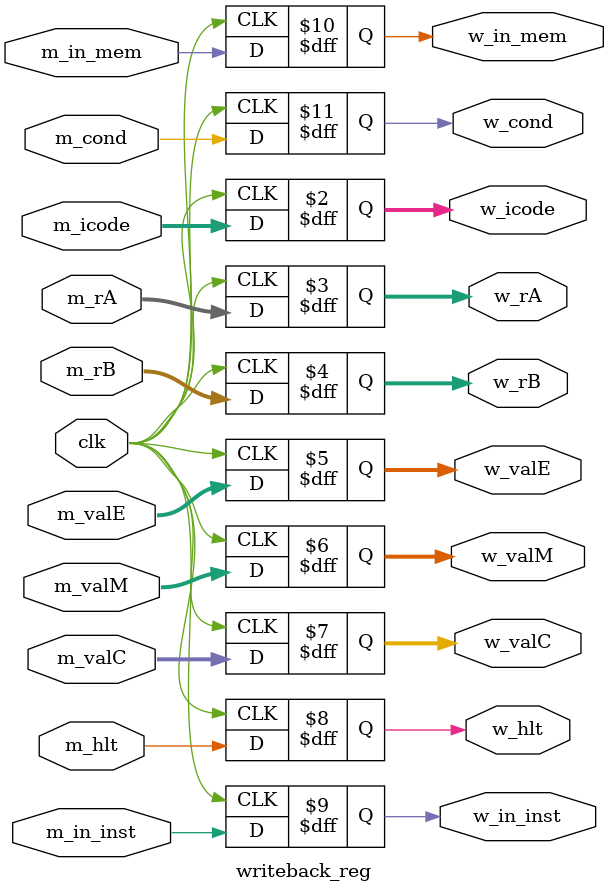
<source format=v>
`timescale 1ns/10ps

module writeback(clk, d_icode, d_rA, d_rB, r0, r1, r2, r3, r4, r5, r6, r7, r8, r9, r10, r11, r12, r13, r14, d_valA, d_valB, w_valE, w_valM,w_icode,w_rA,w_rB,w_cond);

//IMP -> you can't input a 2D array like reg_file to a module and so we input each register value on its own

input clk;
input [3:0] d_icode;
//input d_cond;
//input ifun[3:0];
input [3:0] d_rA;
input [3:0] d_rB;
output reg signed [63:0] d_valA;
output reg signed [63:0] d_valB;

input [3:0] w_icode;
input w_cond;
//input ifun[3:0];
input [3:0] w_rA;
input [3:0] w_rB;
input signed [63:0] w_valE;
input signed [63:0] w_valM;

output reg signed [63:0] r1;
output reg signed [63:0] r2;
output reg signed [63:0] r3;
output reg signed [63:0] r4;
output reg signed [63:0] r5;
output reg signed [63:0] r6;
output reg signed [63:0] r7;
output reg signed [63:0] r8;
output reg signed [63:0] r9;
output reg signed [63:0] r10;
output reg signed [63:0] r11;
output reg signed [63:0] r12;
output reg signed [63:0] r13;
output reg signed [63:0] r14;
output reg signed [63:0] r0;

reg signed [63:0]reg_file [0:14]; //15 reigsters of size 64 bits

//for the purpose of testing testbench
initial 
begin
reg_file[0] = 64'd5;
reg_file[1] = 64'd45;
reg_file[2] = -64'd90;
reg_file[3] = 64'd54;
reg_file[4] = 64'd32;  //stack pointer register
reg_file[5] = 64'd21;
reg_file[6] = 64'd56;
reg_file[7] = 64'd33;
reg_file[8] = -64'd77;
reg_file[9] = 64'd0;
reg_file[10] = 64'd34;
reg_file[11] = 64'd7;
reg_file[12] = 64'd5;
reg_file[13] = -64'd9;
reg_file[14] = 64'd16;
end

//decode
always @(*) //we need to do this at * and not just at posedge of clk because we need to make sure that the value of rA is first fetched and then only can we use it
begin
  case(d_icode)
    //halt - 4'b0000
    //nop - 4'b0001
    //cmovxx 
    4'b0010:
    begin
        d_valA = reg_file[d_rA];
    end

    //irmovq - 4'b0011
    //rmmovq
    4'b0100:
    begin
        d_valA = reg_file[d_rA];
        d_valB = reg_file[d_rB];
    end

    //mrmovq
    4'b0101:
    begin
        d_valB = reg_file[d_rB];
    end

    //opq
    4'b0110:
    begin
        d_valA = reg_file[d_rA];
        d_valB = reg_file[d_rB];
    end

    //jxx - 4'b0111
    //call
    4'b1000:
    begin
        d_valB = reg_file[4]; //register 4 is the stack pointer register (rsp)
    end

    //ret
    4'b1001:
    begin
        d_valA = reg_file[4];
        d_valB = reg_file[4];
    end

    //pushq
    4'b1010:
    begin
        d_valA = reg_file[d_rA];
        d_valB = reg_file[4];
    end

    //popq
    4'b1011:
    begin
        d_valA = reg_file[4];
        d_valB = reg_file[4];
    end
    endcase

    r0 = reg_file[0];
    r1 = reg_file[1];
    r2 = reg_file[2];
    r3 = reg_file[3];
    r4 = reg_file[4]; //stack pointer register
    r5 = reg_file[5];
    r6 = reg_file[6];
    r7 = reg_file[7];
    r8 = reg_file[8];
    r9 = reg_file[9];
    r10 = reg_file[10];
    r11 = reg_file[11];
    r12 = reg_file[12];
    r13 = reg_file[13];
    r14 = reg_file[14];
end

//writeback
always@(*)
begin

case(w_icode)
    //cmovxx
    4'b0010:
    begin
        if(w_cond)
        begin
            reg_file[w_rB] = w_valE;
        end
    end

    //irmov
    4'b0011:
    begin
        reg_file[w_rB] = w_valE;
    end

    //mrmov
    4'b0101:
    begin
        reg_file[w_rA] = w_valM;
    end

    //opq
    4'b0110:
    begin
        reg_file[w_rB] = w_valE;
    end

    //call
    4'b1000:
    begin
        reg_file[4] = w_valE;
    end

    //ret
    4'b1001:
    begin
        reg_file[4] = w_valE;
    end

    //push
    4'b1010:
    begin
        reg_file[4] = w_valE;
    end

    //pop
    4'b1011:
    begin
        reg_file[4] = w_valE;
        reg_file[w_rA] = w_valM;
    end
endcase
r0 = reg_file[0];
r1 = reg_file[1];
r2 = reg_file[2];
r3 = reg_file[3];
r4 = reg_file[4]; //stack pointer register
r5 = reg_file[5];
r6 = reg_file[6];
r7 = reg_file[7];
r8 = reg_file[8];
r9 = reg_file[9];
r10 = reg_file[10];
r11 = reg_file[11];
r12 = reg_file[12];
r13 = reg_file[13];
r14 = reg_file[14];
end

endmodule

//decode reigster -> present between the fetch and decode stage
module decode_reg(clk,f_icode,f_ifun,f_rA,f_rB,f_valC,f_valP,f_hlt,f_in_inst,f_in_mem,d_icode,d_ifun,d_rA,d_rB,d_valC,d_valP,d_hlt,d_in_inst,d_in_mem);
    input clk;
    input [3:0] f_icode;
    input [3:0] f_ifun;
    input [3:0] f_rA;
    input [3:0] f_rB;
    input signed [63:0] f_valC;
    input signed [63:0] f_valP;
    input f_hlt;
    input f_in_inst; 
    input f_in_mem;

    output reg [3:0] d_icode;
    output reg [3:0] d_ifun;
    output reg [3:0] d_rA;
    output reg [3:0] d_rB;
    output reg signed [63:0] d_valC;
    output reg signed [63:0] d_valP;
    output reg d_hlt;
    output reg d_in_inst; 
    output reg d_in_mem;

    always @(posedge clk)
    begin
        d_icode <= f_icode;
        d_ifun <= f_ifun;
        d_rA <= f_rA;
        d_rB <= f_rB;
        d_valC <= f_valC;
        d_valP <= f_valP;
        d_hlt <= f_hlt;
        d_in_inst <= f_in_inst;
        d_in_mem <= f_in_mem;
    end
endmodule

//writeback reigster -> present between the memory and writeback stage
module writeback_reg(clk,m_icode,m_rA,m_rB,m_valE,m_valM,m_valC,m_cond,m_hlt,m_in_inst,m_in_mem,w_icode,w_rA,w_rB,w_valE,w_valM,w_valC,w_cond,w_hlt,w_in_inst,w_in_mem);
    input clk;
    input [3:0]m_icode;
    input [3:0]m_rA;
    input [3:0]m_rB;
    input signed [63:0]m_valE;
    input signed [63:0]m_valM;
    input signed [63:0]m_valC;
    input m_hlt;
    input m_in_inst; 
    input m_in_mem;
    input m_cond;

    output reg [3:0] w_icode;
    output reg [3:0]w_rA;
    output reg [3:0]w_rB;
    output reg signed [63:0] w_valE;
    output reg signed [63:0] w_valM;
    output reg signed [63:0] w_valC;
    output reg w_hlt;
    output reg w_in_inst; 
    output reg w_in_mem;
    output reg w_cond;

    always @(posedge clk)
    begin
        w_icode <= m_icode;
        w_rA <= m_rA;
        w_rB <= m_rB;
        w_valM <= m_valM;
        w_valE <= m_valE;
        w_valC <= m_valC;
        w_hlt <= m_hlt;
        w_in_inst <= m_in_inst;
        w_in_mem <= m_in_mem;
        w_cond <= m_cond;
    end
endmodule
</source>
